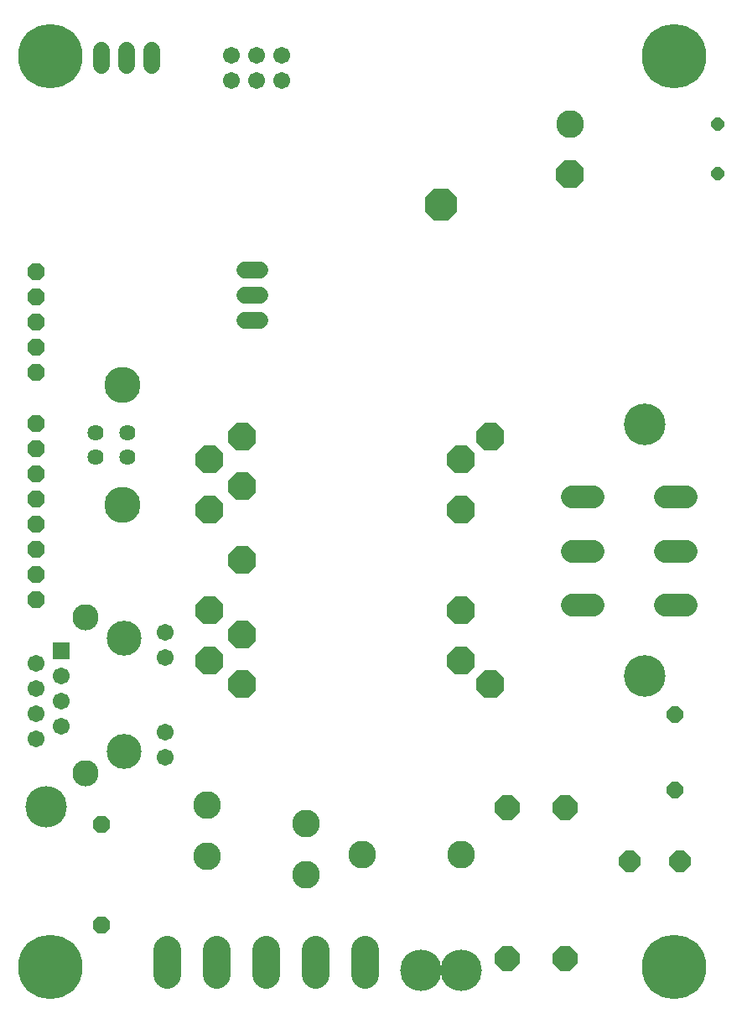
<source format=gbs>
G75*
G70*
%OFA0B0*%
%FSLAX24Y24*%
%IPPOS*%
%LPD*%
%AMOC8*
5,1,8,0,0,1.08239X$1,22.5*
%
%ADD10C,0.1100*%
%ADD11OC8,0.1100*%
%ADD12OC8,0.1299*%
%ADD13C,0.0674*%
%ADD14C,0.1100*%
%ADD15OC8,0.0973*%
%ADD16C,0.0907*%
%ADD17OC8,0.0640*%
%ADD18OC8,0.0840*%
%ADD19C,0.1653*%
%ADD20C,0.0674*%
%ADD21C,0.0640*%
%ADD22C,0.1436*%
%ADD23OC8,0.0674*%
%ADD24R,0.0674X0.0674*%
%ADD25C,0.1039*%
%ADD26C,0.1386*%
%ADD27OC8,0.0680*%
%ADD28C,0.2562*%
%ADD29C,0.1650*%
%ADD30OC8,0.0516*%
D10*
X013619Y011426D03*
X013619Y013451D03*
X017556Y012703D03*
X017556Y010678D03*
X019787Y011487D03*
X023724Y011487D03*
X028072Y040528D03*
D11*
X028072Y038528D03*
X024883Y028098D03*
X023712Y027177D03*
X023712Y025177D03*
X023712Y021177D03*
X023712Y019177D03*
X024883Y018256D03*
X015041Y018256D03*
X013712Y019177D03*
X015041Y020224D03*
X013712Y021177D03*
X015041Y023177D03*
X013712Y025177D03*
X015041Y026130D03*
X013712Y027177D03*
X015041Y028098D03*
D12*
X022937Y037302D03*
D13*
X015709Y034702D02*
X015115Y034702D01*
X015115Y033702D02*
X015709Y033702D01*
X015709Y032702D02*
X015115Y032702D01*
X011437Y042855D02*
X011437Y043449D01*
X010437Y043449D02*
X010437Y042855D01*
X009437Y042855D02*
X009437Y043449D01*
D14*
X012016Y007734D02*
X012016Y006734D01*
X013985Y006734D02*
X013985Y007734D01*
X015953Y007734D02*
X015953Y006734D01*
X017922Y006734D02*
X017922Y007734D01*
X019890Y007734D02*
X019890Y006734D01*
D15*
X025567Y007362D03*
X027873Y007362D03*
X027873Y013362D03*
X025567Y013362D03*
D16*
X028125Y021402D02*
X028950Y021402D01*
X028950Y023552D02*
X028125Y023552D01*
X028125Y025702D02*
X028950Y025702D01*
X031825Y025702D02*
X032650Y025702D01*
X032650Y023552D02*
X031825Y023552D01*
X031825Y021402D02*
X032650Y021402D01*
D17*
X032212Y017052D03*
X032212Y014052D03*
D18*
X032412Y011202D03*
X030412Y011202D03*
D19*
X031012Y018577D03*
X031012Y028577D03*
D20*
X016599Y042246D03*
X015599Y042246D03*
X015599Y043246D03*
X016599Y043246D03*
X014599Y043246D03*
X014599Y042246D03*
X011956Y020322D03*
X011956Y019322D03*
X011956Y016342D03*
X011956Y015342D03*
X007838Y016582D03*
X007838Y017582D03*
X007838Y018582D03*
X006838Y019082D03*
X006838Y018082D03*
X006838Y017082D03*
X006838Y016082D03*
D21*
X009201Y027276D03*
X009201Y028260D03*
X010461Y028260D03*
X010461Y027276D03*
D22*
X010264Y025398D03*
X010264Y030138D03*
D23*
X006837Y030652D03*
X006837Y031652D03*
X006837Y032652D03*
X006837Y033652D03*
X006837Y034652D03*
X006837Y028627D03*
X006837Y027627D03*
X006837Y026627D03*
X006837Y025627D03*
X006837Y024627D03*
X006837Y023627D03*
X006837Y022627D03*
X006837Y021627D03*
D24*
X007838Y019582D03*
D25*
X008807Y020932D03*
X008807Y014731D03*
D26*
X010338Y015582D03*
X010338Y020082D03*
D27*
X009437Y012677D03*
X009437Y008677D03*
D28*
X007375Y007002D03*
X032178Y007002D03*
X032178Y043222D03*
X007375Y043222D03*
D29*
X007212Y013377D03*
X022112Y006877D03*
X023712Y006877D03*
D30*
X033912Y038552D03*
X033912Y040527D03*
M02*

</source>
